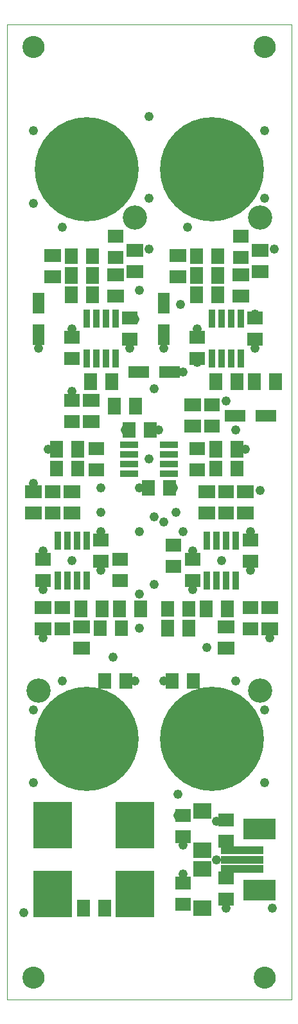
<source format=gbs>
G75*
G70*
%OFA0B0*%
%FSLAX24Y24*%
%IPPOS*%
%LPD*%
%AMOC8*
5,1,8,0,0,1.08239X$1,22.5*
%
%ADD10C,0.0000*%
%ADD11C,0.1143*%
%ADD12C,0.1261*%
%ADD13C,0.3230*%
%ADD14C,0.5395*%
%ADD15R,0.0867X0.0710*%
%ADD16R,0.2049X0.2442*%
%ADD17R,0.0789X0.0710*%
%ADD18R,0.0320X0.0950*%
%ADD19R,0.0710X0.0867*%
%ADD20R,0.1655X0.1104*%
%ADD21R,0.2245X0.0395*%
%ADD22R,0.0710X0.0789*%
%ADD23R,0.0631X0.1104*%
%ADD24R,0.1104X0.0631*%
%ADD25R,0.0950X0.0320*%
%ADD26R,0.0946X0.0789*%
%ADD27C,0.0480*%
D10*
X000142Y000180D02*
X000142Y050680D01*
X014892Y050680D01*
X014892Y000180D01*
X000142Y000180D01*
X000986Y001330D02*
X000988Y001376D01*
X000994Y001421D01*
X001004Y001466D01*
X001017Y001509D01*
X001034Y001552D01*
X001055Y001592D01*
X001079Y001631D01*
X001107Y001667D01*
X001138Y001701D01*
X001171Y001733D01*
X001207Y001761D01*
X001245Y001786D01*
X001285Y001808D01*
X001327Y001826D01*
X001370Y001840D01*
X001415Y001851D01*
X001460Y001858D01*
X001506Y001861D01*
X001551Y001860D01*
X001597Y001855D01*
X001642Y001846D01*
X001685Y001834D01*
X001728Y001817D01*
X001769Y001797D01*
X001808Y001774D01*
X001846Y001747D01*
X001880Y001717D01*
X001912Y001685D01*
X001941Y001649D01*
X001967Y001612D01*
X001990Y001572D01*
X002009Y001531D01*
X002024Y001488D01*
X002036Y001443D01*
X002044Y001398D01*
X002048Y001353D01*
X002048Y001307D01*
X002044Y001262D01*
X002036Y001217D01*
X002024Y001172D01*
X002009Y001129D01*
X001990Y001088D01*
X001967Y001048D01*
X001941Y001011D01*
X001912Y000975D01*
X001880Y000943D01*
X001846Y000913D01*
X001808Y000886D01*
X001769Y000863D01*
X001728Y000843D01*
X001685Y000826D01*
X001642Y000814D01*
X001597Y000805D01*
X001551Y000800D01*
X001506Y000799D01*
X001460Y000802D01*
X001415Y000809D01*
X001370Y000820D01*
X001327Y000834D01*
X001285Y000852D01*
X001245Y000874D01*
X001207Y000899D01*
X001171Y000927D01*
X001138Y000959D01*
X001107Y000993D01*
X001079Y001029D01*
X001055Y001068D01*
X001034Y001108D01*
X001017Y001151D01*
X001004Y001194D01*
X000994Y001239D01*
X000988Y001284D01*
X000986Y001330D01*
X002692Y013680D02*
X002694Y013759D01*
X002700Y013838D01*
X002710Y013917D01*
X002724Y013995D01*
X002741Y014072D01*
X002763Y014148D01*
X002788Y014223D01*
X002818Y014296D01*
X002850Y014368D01*
X002887Y014439D01*
X002927Y014507D01*
X002970Y014573D01*
X003016Y014637D01*
X003066Y014699D01*
X003119Y014758D01*
X003174Y014814D01*
X003233Y014868D01*
X003294Y014918D01*
X003357Y014966D01*
X003423Y015010D01*
X003491Y015051D01*
X003561Y015088D01*
X003632Y015122D01*
X003706Y015152D01*
X003780Y015178D01*
X003856Y015200D01*
X003933Y015219D01*
X004011Y015234D01*
X004089Y015245D01*
X004168Y015252D01*
X004247Y015255D01*
X004326Y015254D01*
X004405Y015249D01*
X004484Y015240D01*
X004562Y015227D01*
X004639Y015210D01*
X004716Y015190D01*
X004791Y015165D01*
X004865Y015137D01*
X004938Y015105D01*
X005008Y015070D01*
X005077Y015031D01*
X005144Y014988D01*
X005209Y014942D01*
X005271Y014894D01*
X005331Y014842D01*
X005388Y014787D01*
X005442Y014729D01*
X005493Y014669D01*
X005541Y014606D01*
X005586Y014541D01*
X005628Y014473D01*
X005666Y014404D01*
X005700Y014333D01*
X005731Y014260D01*
X005759Y014185D01*
X005782Y014110D01*
X005802Y014033D01*
X005818Y013956D01*
X005830Y013877D01*
X005838Y013799D01*
X005842Y013720D01*
X005842Y013640D01*
X005838Y013561D01*
X005830Y013483D01*
X005818Y013404D01*
X005802Y013327D01*
X005782Y013250D01*
X005759Y013175D01*
X005731Y013100D01*
X005700Y013027D01*
X005666Y012956D01*
X005628Y012887D01*
X005586Y012819D01*
X005541Y012754D01*
X005493Y012691D01*
X005442Y012631D01*
X005388Y012573D01*
X005331Y012518D01*
X005271Y012466D01*
X005209Y012418D01*
X005144Y012372D01*
X005077Y012329D01*
X005008Y012290D01*
X004938Y012255D01*
X004865Y012223D01*
X004791Y012195D01*
X004716Y012170D01*
X004639Y012150D01*
X004562Y012133D01*
X004484Y012120D01*
X004405Y012111D01*
X004326Y012106D01*
X004247Y012105D01*
X004168Y012108D01*
X004089Y012115D01*
X004011Y012126D01*
X003933Y012141D01*
X003856Y012160D01*
X003780Y012182D01*
X003706Y012208D01*
X003632Y012238D01*
X003561Y012272D01*
X003491Y012309D01*
X003423Y012350D01*
X003357Y012394D01*
X003294Y012442D01*
X003233Y012492D01*
X003174Y012546D01*
X003119Y012602D01*
X003066Y012661D01*
X003016Y012723D01*
X002970Y012787D01*
X002927Y012853D01*
X002887Y012921D01*
X002850Y012992D01*
X002818Y013064D01*
X002788Y013137D01*
X002763Y013212D01*
X002741Y013288D01*
X002724Y013365D01*
X002710Y013443D01*
X002700Y013522D01*
X002694Y013601D01*
X002692Y013680D01*
X009192Y013680D02*
X009194Y013759D01*
X009200Y013838D01*
X009210Y013917D01*
X009224Y013995D01*
X009241Y014072D01*
X009263Y014148D01*
X009288Y014223D01*
X009318Y014296D01*
X009350Y014368D01*
X009387Y014439D01*
X009427Y014507D01*
X009470Y014573D01*
X009516Y014637D01*
X009566Y014699D01*
X009619Y014758D01*
X009674Y014814D01*
X009733Y014868D01*
X009794Y014918D01*
X009857Y014966D01*
X009923Y015010D01*
X009991Y015051D01*
X010061Y015088D01*
X010132Y015122D01*
X010206Y015152D01*
X010280Y015178D01*
X010356Y015200D01*
X010433Y015219D01*
X010511Y015234D01*
X010589Y015245D01*
X010668Y015252D01*
X010747Y015255D01*
X010826Y015254D01*
X010905Y015249D01*
X010984Y015240D01*
X011062Y015227D01*
X011139Y015210D01*
X011216Y015190D01*
X011291Y015165D01*
X011365Y015137D01*
X011438Y015105D01*
X011508Y015070D01*
X011577Y015031D01*
X011644Y014988D01*
X011709Y014942D01*
X011771Y014894D01*
X011831Y014842D01*
X011888Y014787D01*
X011942Y014729D01*
X011993Y014669D01*
X012041Y014606D01*
X012086Y014541D01*
X012128Y014473D01*
X012166Y014404D01*
X012200Y014333D01*
X012231Y014260D01*
X012259Y014185D01*
X012282Y014110D01*
X012302Y014033D01*
X012318Y013956D01*
X012330Y013877D01*
X012338Y013799D01*
X012342Y013720D01*
X012342Y013640D01*
X012338Y013561D01*
X012330Y013483D01*
X012318Y013404D01*
X012302Y013327D01*
X012282Y013250D01*
X012259Y013175D01*
X012231Y013100D01*
X012200Y013027D01*
X012166Y012956D01*
X012128Y012887D01*
X012086Y012819D01*
X012041Y012754D01*
X011993Y012691D01*
X011942Y012631D01*
X011888Y012573D01*
X011831Y012518D01*
X011771Y012466D01*
X011709Y012418D01*
X011644Y012372D01*
X011577Y012329D01*
X011508Y012290D01*
X011438Y012255D01*
X011365Y012223D01*
X011291Y012195D01*
X011216Y012170D01*
X011139Y012150D01*
X011062Y012133D01*
X010984Y012120D01*
X010905Y012111D01*
X010826Y012106D01*
X010747Y012105D01*
X010668Y012108D01*
X010589Y012115D01*
X010511Y012126D01*
X010433Y012141D01*
X010356Y012160D01*
X010280Y012182D01*
X010206Y012208D01*
X010132Y012238D01*
X010061Y012272D01*
X009991Y012309D01*
X009923Y012350D01*
X009857Y012394D01*
X009794Y012442D01*
X009733Y012492D01*
X009674Y012546D01*
X009619Y012602D01*
X009566Y012661D01*
X009516Y012723D01*
X009470Y012787D01*
X009427Y012853D01*
X009387Y012921D01*
X009350Y012992D01*
X009318Y013064D01*
X009288Y013137D01*
X009263Y013212D01*
X009241Y013288D01*
X009224Y013365D01*
X009210Y013443D01*
X009200Y013522D01*
X009194Y013601D01*
X009192Y013680D01*
X012986Y001330D02*
X012988Y001376D01*
X012994Y001421D01*
X013004Y001466D01*
X013017Y001509D01*
X013034Y001552D01*
X013055Y001592D01*
X013079Y001631D01*
X013107Y001667D01*
X013138Y001701D01*
X013171Y001733D01*
X013207Y001761D01*
X013245Y001786D01*
X013285Y001808D01*
X013327Y001826D01*
X013370Y001840D01*
X013415Y001851D01*
X013460Y001858D01*
X013506Y001861D01*
X013551Y001860D01*
X013597Y001855D01*
X013642Y001846D01*
X013685Y001834D01*
X013728Y001817D01*
X013769Y001797D01*
X013808Y001774D01*
X013846Y001747D01*
X013880Y001717D01*
X013912Y001685D01*
X013941Y001649D01*
X013967Y001612D01*
X013990Y001572D01*
X014009Y001531D01*
X014024Y001488D01*
X014036Y001443D01*
X014044Y001398D01*
X014048Y001353D01*
X014048Y001307D01*
X014044Y001262D01*
X014036Y001217D01*
X014024Y001172D01*
X014009Y001129D01*
X013990Y001088D01*
X013967Y001048D01*
X013941Y001011D01*
X013912Y000975D01*
X013880Y000943D01*
X013846Y000913D01*
X013808Y000886D01*
X013769Y000863D01*
X013728Y000843D01*
X013685Y000826D01*
X013642Y000814D01*
X013597Y000805D01*
X013551Y000800D01*
X013506Y000799D01*
X013460Y000802D01*
X013415Y000809D01*
X013370Y000820D01*
X013327Y000834D01*
X013285Y000852D01*
X013245Y000874D01*
X013207Y000899D01*
X013171Y000927D01*
X013138Y000959D01*
X013107Y000993D01*
X013079Y001029D01*
X013055Y001068D01*
X013034Y001108D01*
X013017Y001151D01*
X013004Y001194D01*
X012994Y001239D01*
X012988Y001284D01*
X012986Y001330D01*
X009192Y043180D02*
X009194Y043259D01*
X009200Y043338D01*
X009210Y043417D01*
X009224Y043495D01*
X009241Y043572D01*
X009263Y043648D01*
X009288Y043723D01*
X009318Y043796D01*
X009350Y043868D01*
X009387Y043939D01*
X009427Y044007D01*
X009470Y044073D01*
X009516Y044137D01*
X009566Y044199D01*
X009619Y044258D01*
X009674Y044314D01*
X009733Y044368D01*
X009794Y044418D01*
X009857Y044466D01*
X009923Y044510D01*
X009991Y044551D01*
X010061Y044588D01*
X010132Y044622D01*
X010206Y044652D01*
X010280Y044678D01*
X010356Y044700D01*
X010433Y044719D01*
X010511Y044734D01*
X010589Y044745D01*
X010668Y044752D01*
X010747Y044755D01*
X010826Y044754D01*
X010905Y044749D01*
X010984Y044740D01*
X011062Y044727D01*
X011139Y044710D01*
X011216Y044690D01*
X011291Y044665D01*
X011365Y044637D01*
X011438Y044605D01*
X011508Y044570D01*
X011577Y044531D01*
X011644Y044488D01*
X011709Y044442D01*
X011771Y044394D01*
X011831Y044342D01*
X011888Y044287D01*
X011942Y044229D01*
X011993Y044169D01*
X012041Y044106D01*
X012086Y044041D01*
X012128Y043973D01*
X012166Y043904D01*
X012200Y043833D01*
X012231Y043760D01*
X012259Y043685D01*
X012282Y043610D01*
X012302Y043533D01*
X012318Y043456D01*
X012330Y043377D01*
X012338Y043299D01*
X012342Y043220D01*
X012342Y043140D01*
X012338Y043061D01*
X012330Y042983D01*
X012318Y042904D01*
X012302Y042827D01*
X012282Y042750D01*
X012259Y042675D01*
X012231Y042600D01*
X012200Y042527D01*
X012166Y042456D01*
X012128Y042387D01*
X012086Y042319D01*
X012041Y042254D01*
X011993Y042191D01*
X011942Y042131D01*
X011888Y042073D01*
X011831Y042018D01*
X011771Y041966D01*
X011709Y041918D01*
X011644Y041872D01*
X011577Y041829D01*
X011508Y041790D01*
X011438Y041755D01*
X011365Y041723D01*
X011291Y041695D01*
X011216Y041670D01*
X011139Y041650D01*
X011062Y041633D01*
X010984Y041620D01*
X010905Y041611D01*
X010826Y041606D01*
X010747Y041605D01*
X010668Y041608D01*
X010589Y041615D01*
X010511Y041626D01*
X010433Y041641D01*
X010356Y041660D01*
X010280Y041682D01*
X010206Y041708D01*
X010132Y041738D01*
X010061Y041772D01*
X009991Y041809D01*
X009923Y041850D01*
X009857Y041894D01*
X009794Y041942D01*
X009733Y041992D01*
X009674Y042046D01*
X009619Y042102D01*
X009566Y042161D01*
X009516Y042223D01*
X009470Y042287D01*
X009427Y042353D01*
X009387Y042421D01*
X009350Y042492D01*
X009318Y042564D01*
X009288Y042637D01*
X009263Y042712D01*
X009241Y042788D01*
X009224Y042865D01*
X009210Y042943D01*
X009200Y043022D01*
X009194Y043101D01*
X009192Y043180D01*
X012986Y049530D02*
X012988Y049576D01*
X012994Y049621D01*
X013004Y049666D01*
X013017Y049709D01*
X013034Y049752D01*
X013055Y049792D01*
X013079Y049831D01*
X013107Y049867D01*
X013138Y049901D01*
X013171Y049933D01*
X013207Y049961D01*
X013245Y049986D01*
X013285Y050008D01*
X013327Y050026D01*
X013370Y050040D01*
X013415Y050051D01*
X013460Y050058D01*
X013506Y050061D01*
X013551Y050060D01*
X013597Y050055D01*
X013642Y050046D01*
X013685Y050034D01*
X013728Y050017D01*
X013769Y049997D01*
X013808Y049974D01*
X013846Y049947D01*
X013880Y049917D01*
X013912Y049885D01*
X013941Y049849D01*
X013967Y049812D01*
X013990Y049772D01*
X014009Y049731D01*
X014024Y049688D01*
X014036Y049643D01*
X014044Y049598D01*
X014048Y049553D01*
X014048Y049507D01*
X014044Y049462D01*
X014036Y049417D01*
X014024Y049372D01*
X014009Y049329D01*
X013990Y049288D01*
X013967Y049248D01*
X013941Y049211D01*
X013912Y049175D01*
X013880Y049143D01*
X013846Y049113D01*
X013808Y049086D01*
X013769Y049063D01*
X013728Y049043D01*
X013685Y049026D01*
X013642Y049014D01*
X013597Y049005D01*
X013551Y049000D01*
X013506Y048999D01*
X013460Y049002D01*
X013415Y049009D01*
X013370Y049020D01*
X013327Y049034D01*
X013285Y049052D01*
X013245Y049074D01*
X013207Y049099D01*
X013171Y049127D01*
X013138Y049159D01*
X013107Y049193D01*
X013079Y049229D01*
X013055Y049268D01*
X013034Y049308D01*
X013017Y049351D01*
X013004Y049394D01*
X012994Y049439D01*
X012988Y049484D01*
X012986Y049530D01*
X002692Y043180D02*
X002694Y043259D01*
X002700Y043338D01*
X002710Y043417D01*
X002724Y043495D01*
X002741Y043572D01*
X002763Y043648D01*
X002788Y043723D01*
X002818Y043796D01*
X002850Y043868D01*
X002887Y043939D01*
X002927Y044007D01*
X002970Y044073D01*
X003016Y044137D01*
X003066Y044199D01*
X003119Y044258D01*
X003174Y044314D01*
X003233Y044368D01*
X003294Y044418D01*
X003357Y044466D01*
X003423Y044510D01*
X003491Y044551D01*
X003561Y044588D01*
X003632Y044622D01*
X003706Y044652D01*
X003780Y044678D01*
X003856Y044700D01*
X003933Y044719D01*
X004011Y044734D01*
X004089Y044745D01*
X004168Y044752D01*
X004247Y044755D01*
X004326Y044754D01*
X004405Y044749D01*
X004484Y044740D01*
X004562Y044727D01*
X004639Y044710D01*
X004716Y044690D01*
X004791Y044665D01*
X004865Y044637D01*
X004938Y044605D01*
X005008Y044570D01*
X005077Y044531D01*
X005144Y044488D01*
X005209Y044442D01*
X005271Y044394D01*
X005331Y044342D01*
X005388Y044287D01*
X005442Y044229D01*
X005493Y044169D01*
X005541Y044106D01*
X005586Y044041D01*
X005628Y043973D01*
X005666Y043904D01*
X005700Y043833D01*
X005731Y043760D01*
X005759Y043685D01*
X005782Y043610D01*
X005802Y043533D01*
X005818Y043456D01*
X005830Y043377D01*
X005838Y043299D01*
X005842Y043220D01*
X005842Y043140D01*
X005838Y043061D01*
X005830Y042983D01*
X005818Y042904D01*
X005802Y042827D01*
X005782Y042750D01*
X005759Y042675D01*
X005731Y042600D01*
X005700Y042527D01*
X005666Y042456D01*
X005628Y042387D01*
X005586Y042319D01*
X005541Y042254D01*
X005493Y042191D01*
X005442Y042131D01*
X005388Y042073D01*
X005331Y042018D01*
X005271Y041966D01*
X005209Y041918D01*
X005144Y041872D01*
X005077Y041829D01*
X005008Y041790D01*
X004938Y041755D01*
X004865Y041723D01*
X004791Y041695D01*
X004716Y041670D01*
X004639Y041650D01*
X004562Y041633D01*
X004484Y041620D01*
X004405Y041611D01*
X004326Y041606D01*
X004247Y041605D01*
X004168Y041608D01*
X004089Y041615D01*
X004011Y041626D01*
X003933Y041641D01*
X003856Y041660D01*
X003780Y041682D01*
X003706Y041708D01*
X003632Y041738D01*
X003561Y041772D01*
X003491Y041809D01*
X003423Y041850D01*
X003357Y041894D01*
X003294Y041942D01*
X003233Y041992D01*
X003174Y042046D01*
X003119Y042102D01*
X003066Y042161D01*
X003016Y042223D01*
X002970Y042287D01*
X002927Y042353D01*
X002887Y042421D01*
X002850Y042492D01*
X002818Y042564D01*
X002788Y042637D01*
X002763Y042712D01*
X002741Y042788D01*
X002724Y042865D01*
X002710Y042943D01*
X002700Y043022D01*
X002694Y043101D01*
X002692Y043180D01*
X000986Y049530D02*
X000988Y049576D01*
X000994Y049621D01*
X001004Y049666D01*
X001017Y049709D01*
X001034Y049752D01*
X001055Y049792D01*
X001079Y049831D01*
X001107Y049867D01*
X001138Y049901D01*
X001171Y049933D01*
X001207Y049961D01*
X001245Y049986D01*
X001285Y050008D01*
X001327Y050026D01*
X001370Y050040D01*
X001415Y050051D01*
X001460Y050058D01*
X001506Y050061D01*
X001551Y050060D01*
X001597Y050055D01*
X001642Y050046D01*
X001685Y050034D01*
X001728Y050017D01*
X001769Y049997D01*
X001808Y049974D01*
X001846Y049947D01*
X001880Y049917D01*
X001912Y049885D01*
X001941Y049849D01*
X001967Y049812D01*
X001990Y049772D01*
X002009Y049731D01*
X002024Y049688D01*
X002036Y049643D01*
X002044Y049598D01*
X002048Y049553D01*
X002048Y049507D01*
X002044Y049462D01*
X002036Y049417D01*
X002024Y049372D01*
X002009Y049329D01*
X001990Y049288D01*
X001967Y049248D01*
X001941Y049211D01*
X001912Y049175D01*
X001880Y049143D01*
X001846Y049113D01*
X001808Y049086D01*
X001769Y049063D01*
X001728Y049043D01*
X001685Y049026D01*
X001642Y049014D01*
X001597Y049005D01*
X001551Y049000D01*
X001506Y048999D01*
X001460Y049002D01*
X001415Y049009D01*
X001370Y049020D01*
X001327Y049034D01*
X001285Y049052D01*
X001245Y049074D01*
X001207Y049099D01*
X001171Y049127D01*
X001138Y049159D01*
X001107Y049193D01*
X001079Y049229D01*
X001055Y049268D01*
X001034Y049308D01*
X001017Y049351D01*
X001004Y049394D01*
X000994Y049439D01*
X000988Y049484D01*
X000986Y049530D01*
D11*
X001517Y049530D03*
X013517Y049530D03*
X013517Y001330D03*
X001517Y001330D03*
D12*
X001767Y016180D03*
X006767Y040680D03*
X013267Y040680D03*
X013267Y016180D03*
D13*
X010767Y013680D03*
X004267Y013680D03*
X004267Y043180D03*
X010767Y043180D03*
D14*
X010767Y043180D03*
X004267Y043180D03*
X004267Y013680D03*
X010767Y013680D03*
D15*
X011517Y018379D03*
X011517Y019481D03*
X012517Y025379D03*
X012517Y026481D03*
X013767Y020481D03*
X013767Y019379D03*
X010517Y025379D03*
X010517Y026481D03*
X009767Y029879D03*
X009767Y030981D03*
X009017Y037629D03*
X009017Y038731D03*
X006767Y038981D03*
X006767Y037879D03*
X005767Y037731D03*
X005767Y036629D03*
X004517Y031231D03*
X004517Y030129D03*
X003517Y026481D03*
X003517Y025379D03*
X002017Y020481D03*
X002017Y019379D03*
X001517Y025379D03*
X001517Y026481D03*
X004017Y019481D03*
X004017Y018379D03*
X002517Y037629D03*
X002517Y038731D03*
X012267Y037731D03*
X012267Y036629D03*
X013267Y037879D03*
X013267Y038981D03*
D16*
X006767Y009202D03*
X006767Y005658D03*
X002517Y005658D03*
X002517Y009202D03*
D17*
X003017Y019379D03*
X003017Y020481D03*
X002017Y021879D03*
X002017Y022981D03*
X002517Y025379D03*
X002517Y026481D03*
X003517Y030129D03*
X003517Y031231D03*
X003517Y033379D03*
X003517Y034481D03*
X004767Y028731D03*
X004767Y027629D03*
X005017Y023981D03*
X005017Y022879D03*
X006017Y022981D03*
X006017Y021879D03*
X008767Y022629D03*
X008767Y023731D03*
X009767Y022981D03*
X009767Y021879D03*
X010017Y027629D03*
X010017Y028731D03*
X010767Y029879D03*
X010767Y030981D03*
X010017Y033379D03*
X010017Y034481D03*
X012267Y038629D03*
X012267Y039731D03*
X013017Y035481D03*
X013017Y034379D03*
X011517Y026481D03*
X011517Y025379D03*
X012767Y023981D03*
X012767Y022879D03*
X012767Y020481D03*
X012767Y019379D03*
X011517Y009481D03*
X011517Y008379D03*
X011517Y006481D03*
X011517Y005379D03*
X009267Y005129D03*
X009267Y006231D03*
X009267Y008629D03*
X009267Y009731D03*
X006517Y034379D03*
X006517Y035481D03*
X005767Y038629D03*
X005767Y039731D03*
D18*
X005767Y035460D03*
X005267Y035460D03*
X004767Y035460D03*
X004267Y035460D03*
X004267Y033400D03*
X004767Y033400D03*
X005267Y033400D03*
X005767Y033400D03*
X004267Y023960D03*
X003767Y023960D03*
X003267Y023960D03*
X002767Y023960D03*
X002767Y021900D03*
X003267Y021900D03*
X003767Y021900D03*
X004267Y021900D03*
X010517Y021900D03*
X011017Y021900D03*
X011517Y021900D03*
X012017Y021900D03*
X012017Y023960D03*
X011517Y023960D03*
X011017Y023960D03*
X010517Y023960D03*
X010767Y033400D03*
X011267Y033400D03*
X011767Y033400D03*
X012267Y033400D03*
X012267Y035460D03*
X011767Y035460D03*
X011267Y035460D03*
X010767Y035460D03*
D19*
X011068Y036680D03*
X011068Y037680D03*
X009965Y037680D03*
X009965Y036680D03*
X010965Y032180D03*
X012068Y032180D03*
X012965Y032180D03*
X012068Y028680D03*
X010965Y028680D03*
X010465Y020430D03*
X009568Y019430D03*
X008465Y019430D03*
X007068Y020430D03*
X005965Y020430D03*
X005068Y020430D03*
X003965Y020430D03*
X003818Y028680D03*
X002715Y028680D03*
X004465Y032180D03*
X005568Y032180D03*
X005715Y030930D03*
X006818Y030930D03*
X004568Y036680D03*
X004568Y037680D03*
X003465Y037680D03*
X003465Y036680D03*
X011568Y020430D03*
X014068Y032180D03*
X005193Y004930D03*
X004090Y004930D03*
D20*
X013248Y005855D03*
X013248Y009005D03*
D21*
X012354Y007922D03*
X012354Y007430D03*
X012354Y006938D03*
D22*
X009818Y016680D03*
X008715Y016680D03*
X008465Y020430D03*
X009568Y020430D03*
X008568Y026680D03*
X007568Y029680D03*
X007465Y026680D03*
X006465Y029680D03*
X003818Y027680D03*
X002715Y027680D03*
X004965Y019430D03*
X005215Y016680D03*
X006068Y019430D03*
X006318Y016680D03*
X010965Y027680D03*
X012068Y027680D03*
X011068Y038680D03*
X009965Y038680D03*
X004568Y038680D03*
X003465Y038680D03*
D23*
X001767Y036237D03*
X001767Y034623D03*
X008267Y034623D03*
X008267Y036237D03*
D24*
X008574Y032680D03*
X006960Y032680D03*
X011960Y030430D03*
X013574Y030430D03*
D25*
X008547Y028930D03*
X008547Y028430D03*
X008547Y027930D03*
X008547Y027430D03*
X006487Y027430D03*
X006487Y027930D03*
X006487Y028430D03*
X006487Y028930D03*
D26*
X010267Y009934D03*
X010267Y007926D03*
X010267Y006934D03*
X010267Y004926D03*
D27*
X011017Y007430D03*
X011017Y009430D03*
X011517Y004930D03*
X013517Y011430D03*
X013517Y015180D03*
X013767Y018930D03*
X012767Y022430D03*
X012767Y024430D03*
X013267Y026555D03*
X012517Y028680D03*
X012017Y029680D03*
X011517Y031180D03*
X010017Y033180D03*
X010017Y034930D03*
X009267Y032680D03*
X008267Y033930D03*
X007767Y031805D03*
X008017Y029680D03*
X007517Y028180D03*
X007017Y026680D03*
X007017Y024430D03*
X007767Y025180D03*
X008267Y024930D03*
X008767Y026680D03*
X008892Y025430D03*
X009267Y024430D03*
X009767Y023430D03*
X009767Y021430D03*
X010517Y018430D03*
X011267Y022930D03*
X012017Y016680D03*
X009267Y008180D03*
X009267Y006680D03*
X009017Y009731D03*
X009017Y010805D03*
X007546Y009731D03*
X006767Y005930D03*
X006767Y005180D03*
X004090Y004930D03*
X002517Y005180D03*
X002517Y005930D03*
X001017Y004680D03*
X001517Y011430D03*
X001517Y015180D03*
X002017Y018930D03*
X002017Y021430D03*
X002017Y023430D03*
X001517Y026930D03*
X002267Y028680D03*
X003517Y031680D03*
X003517Y033379D03*
X003517Y034930D03*
X003017Y040180D03*
X001517Y041430D03*
X001517Y045180D03*
X001767Y033930D03*
X005017Y026680D03*
X005017Y025430D03*
X005017Y024430D03*
X005017Y022430D03*
X003517Y022930D03*
X005642Y017930D03*
X006767Y016680D03*
X007017Y019430D03*
X007017Y021180D03*
X007767Y021680D03*
X008267Y016680D03*
X006267Y029680D03*
X006517Y033930D03*
X006767Y035430D03*
X007017Y036930D03*
X007517Y039055D03*
X007517Y041680D03*
X007517Y045930D03*
X009517Y040180D03*
X009142Y036180D03*
X013017Y035680D03*
X013017Y033930D03*
X014017Y039055D03*
X013517Y041680D03*
X013517Y045180D03*
X003017Y016680D03*
X013892Y004930D03*
M02*

</source>
